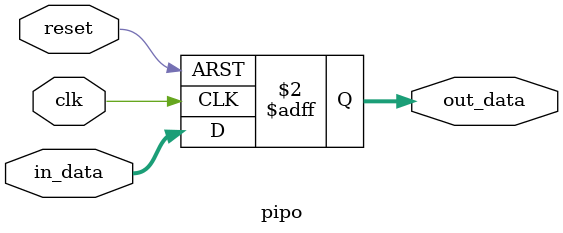
<source format=v>
`timescale 1ns / 1ps

module pipo #(parameter WIDTH = 8) (
    input wire clk,         // Clock signal
    input wire reset,       // Reset signal
    input wire [WIDTH-1:0] in_data,  // 4-bit input data
    output reg [WIDTH-1:0] out_data  // 4-bit output data
);

// On every clock edge, if reset is high, set output to 0, otherwise load input into output
always @(posedge clk or posedge reset) begin
    if (reset)
        out_data <= 0;  // Reset to 0
    else
        out_data <= in_data;  // Load input data into output
end
 
endmodule

</source>
